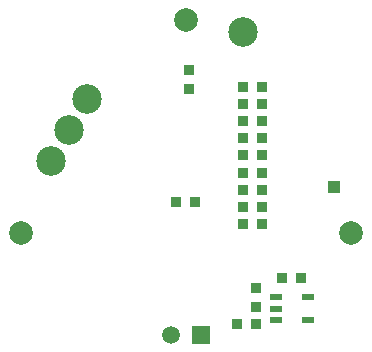
<source format=gbr>
G04*
G04 #@! TF.GenerationSoftware,Altium Limited,Altium Designer,23.10.1 (27)*
G04*
G04 Layer_Color=255*
%FSLAX44Y44*%
%MOMM*%
G71*
G04*
G04 #@! TF.SameCoordinates,F1356F94-EBF5-402A-8C13-2620F03D8000*
G04*
G04*
G04 #@! TF.FilePolarity,Positive*
G04*
G01*
G75*
%ADD12R,0.9500X0.9500*%
%ADD21C,2.5000*%
%ADD24C,2.0000*%
%ADD25R,1.0000X1.0000*%
%ADD35R,1.5000X1.5000*%
%ADD36C,1.5000*%
%ADD40R,1.0000X0.6000*%
%ADD41R,0.9500X0.9500*%
D12*
X48206Y-178097D02*
D03*
X64206D02*
D03*
X7361Y-174336D02*
D03*
X-8639D02*
D03*
X80992Y-238073D02*
D03*
X96992D02*
D03*
X58888Y-277026D02*
D03*
X42888D02*
D03*
X64371Y-76573D02*
D03*
X48371D02*
D03*
X48121Y-91168D02*
D03*
X64121D02*
D03*
X64288Y-105678D02*
D03*
X48288D02*
D03*
X64295Y-120152D02*
D03*
X48295D02*
D03*
X48206Y-134675D02*
D03*
X64206D02*
D03*
Y-149200D02*
D03*
X48206D02*
D03*
X64365Y-163601D02*
D03*
X48365D02*
D03*
X48319Y-192658D02*
D03*
X64319D02*
D03*
D21*
X-84128Y-87199D02*
D03*
X-99128Y-113180D02*
D03*
X-114128Y-139160D02*
D03*
X48068Y-30525D02*
D03*
D24*
X140000Y-200000D02*
D03*
X50Y-20000D02*
D03*
X-140000Y-200000D02*
D03*
D25*
X125104Y-161645D02*
D03*
D35*
X12700Y-286480D02*
D03*
D36*
X-12700D02*
D03*
D40*
X75802Y-273791D02*
D03*
Y-264291D02*
D03*
Y-254791D02*
D03*
X103302D02*
D03*
Y-273791D02*
D03*
D41*
X58888Y-262615D02*
D03*
Y-246615D02*
D03*
X2193Y-62067D02*
D03*
Y-78067D02*
D03*
M02*

</source>
